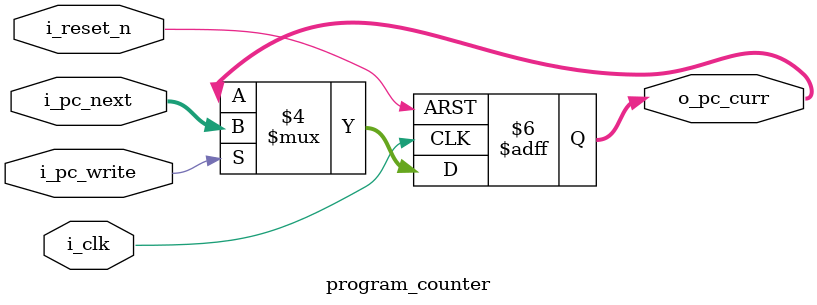
<source format=sv>

module program_counter #(
    parameter XLEN = 32
) (
    input                       i_clk,
    input                       i_reset_n,
    input                       i_pc_write,
    input           [XLEN-1:0]  i_pc_next,
    output  logic   [XLEN-1:0]  o_pc_curr
);

    always_ff @(posedge i_clk or negedge i_reset_n) begin
        if (~i_reset_n) begin
            o_pc_curr <= '0;
        end else begin
            if (i_pc_write) begin
                o_pc_curr <= i_pc_next;
            end else begin
                o_pc_curr <= o_pc_curr;
            end
        end
    end

endmodule

</source>
